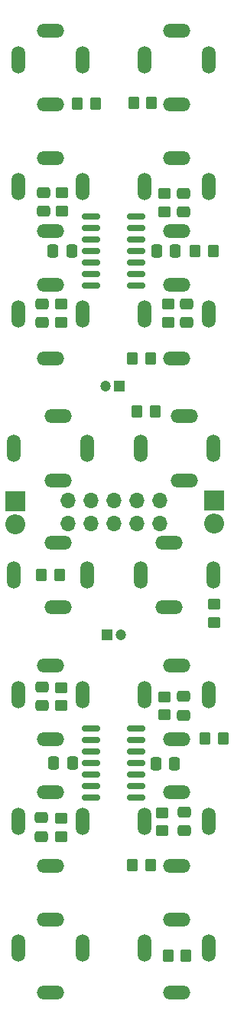
<source format=gbr>
%TF.GenerationSoftware,KiCad,Pcbnew,8.0.3-8.0.3-0~ubuntu22.04.1*%
%TF.CreationDate,2024-07-22T11:51:42+02:00*%
%TF.ProjectId,splt_mlt,73706c74-5f6d-46c7-942e-6b696361645f,rev?*%
%TF.SameCoordinates,Original*%
%TF.FileFunction,Soldermask,Bot*%
%TF.FilePolarity,Negative*%
%FSLAX46Y46*%
G04 Gerber Fmt 4.6, Leading zero omitted, Abs format (unit mm)*
G04 Created by KiCad (PCBNEW 8.0.3-8.0.3-0~ubuntu22.04.1) date 2024-07-22 11:51:42*
%MOMM*%
%LPD*%
G01*
G04 APERTURE LIST*
G04 Aperture macros list*
%AMRoundRect*
0 Rectangle with rounded corners*
0 $1 Rounding radius*
0 $2 $3 $4 $5 $6 $7 $8 $9 X,Y pos of 4 corners*
0 Add a 4 corners polygon primitive as box body*
4,1,4,$2,$3,$4,$5,$6,$7,$8,$9,$2,$3,0*
0 Add four circle primitives for the rounded corners*
1,1,$1+$1,$2,$3*
1,1,$1+$1,$4,$5*
1,1,$1+$1,$6,$7*
1,1,$1+$1,$8,$9*
0 Add four rect primitives between the rounded corners*
20,1,$1+$1,$2,$3,$4,$5,0*
20,1,$1+$1,$4,$5,$6,$7,0*
20,1,$1+$1,$6,$7,$8,$9,0*
20,1,$1+$1,$8,$9,$2,$3,0*%
G04 Aperture macros list end*
%ADD10O,1.508000X3.016000*%
%ADD11O,3.016000X1.508000*%
%ADD12RoundRect,0.250000X-0.350000X-0.450000X0.350000X-0.450000X0.350000X0.450000X-0.350000X0.450000X0*%
%ADD13RoundRect,0.250000X-0.475000X0.337500X-0.475000X-0.337500X0.475000X-0.337500X0.475000X0.337500X0*%
%ADD14RoundRect,0.250000X0.475000X-0.337500X0.475000X0.337500X-0.475000X0.337500X-0.475000X-0.337500X0*%
%ADD15RoundRect,0.150000X0.825000X0.150000X-0.825000X0.150000X-0.825000X-0.150000X0.825000X-0.150000X0*%
%ADD16RoundRect,0.250000X0.450000X-0.350000X0.450000X0.350000X-0.450000X0.350000X-0.450000X-0.350000X0*%
%ADD17RoundRect,0.250000X-0.450000X0.350000X-0.450000X-0.350000X0.450000X-0.350000X0.450000X0.350000X0*%
%ADD18RoundRect,0.250000X-0.337500X-0.475000X0.337500X-0.475000X0.337500X0.475000X-0.337500X0.475000X0*%
%ADD19R,2.200000X2.200000*%
%ADD20O,2.200000X2.200000*%
%ADD21R,1.200000X1.200000*%
%ADD22C,1.200000*%
%ADD23RoundRect,0.250000X0.350000X0.450000X-0.350000X0.450000X-0.350000X-0.450000X0.350000X-0.450000X0*%
%ADD24O,1.700000X1.700000*%
G04 APERTURE END LIST*
D10*
%TO.C,J8*%
X100190000Y-109000000D03*
D11*
X103390000Y-105450000D03*
D10*
X108290000Y-109000000D03*
D11*
X103390000Y-112550000D03*
%TD*%
D10*
%TO.C,J6*%
X108290000Y-95000000D03*
D11*
X105090000Y-98550000D03*
D10*
X100190000Y-95000000D03*
D11*
X105090000Y-91450000D03*
%TD*%
%TO.C,J4*%
X104240000Y-62950000D03*
D10*
X107790000Y-66150000D03*
D11*
X104240000Y-71050000D03*
D10*
X100690000Y-66150000D03*
%TD*%
D11*
%TO.C,J10*%
X104240000Y-132950000D03*
D10*
X107790000Y-136150000D03*
D11*
X104240000Y-141050000D03*
D10*
X100690000Y-136150000D03*
%TD*%
D11*
%TO.C,J17*%
X90240000Y-118950000D03*
D10*
X93790000Y-122150000D03*
D11*
X90240000Y-127050000D03*
D10*
X86690000Y-122150000D03*
%TD*%
D11*
%TO.C,J5*%
X104240000Y-76950000D03*
D10*
X107790000Y-80150000D03*
D11*
X104240000Y-85050000D03*
D10*
X100690000Y-80150000D03*
%TD*%
D11*
%TO.C,J9*%
X104240000Y-118950000D03*
D10*
X107790000Y-122150000D03*
D11*
X104240000Y-127050000D03*
D10*
X100690000Y-122150000D03*
%TD*%
D11*
%TO.C,J16*%
X90240000Y-62950000D03*
D10*
X93790000Y-66150000D03*
D11*
X90240000Y-71050000D03*
D10*
X86690000Y-66150000D03*
%TD*%
D11*
%TO.C,J1*%
X90240000Y-48950000D03*
D10*
X93790000Y-52150000D03*
D11*
X90240000Y-57050000D03*
D10*
X86690000Y-52150000D03*
%TD*%
D11*
%TO.C,J14*%
X90240000Y-132950000D03*
D10*
X93790000Y-136150000D03*
D11*
X90240000Y-141050000D03*
D10*
X86690000Y-136150000D03*
%TD*%
D11*
%TO.C,J3*%
X104240000Y-48950000D03*
D10*
X107790000Y-52150000D03*
D11*
X104240000Y-57050000D03*
D10*
X100690000Y-52150000D03*
%TD*%
D11*
%TO.C,J12*%
X90240000Y-76950000D03*
D10*
X93790000Y-80150000D03*
D11*
X90240000Y-85050000D03*
D10*
X86690000Y-80150000D03*
%TD*%
%TO.C,J7*%
X94290000Y-109000000D03*
D11*
X91090000Y-112550000D03*
D10*
X86190000Y-109000000D03*
D11*
X91090000Y-105450000D03*
%TD*%
%TO.C,J11*%
X104240000Y-146950000D03*
D10*
X107790000Y-150150000D03*
D11*
X104240000Y-155050000D03*
D10*
X100690000Y-150150000D03*
%TD*%
%TO.C,J13*%
X94290000Y-95000000D03*
D11*
X91090000Y-98550000D03*
D10*
X86190000Y-95000000D03*
D11*
X91090000Y-91450000D03*
%TD*%
%TO.C,J15*%
X90240000Y-146950000D03*
D10*
X93790000Y-150150000D03*
D11*
X90240000Y-155050000D03*
D10*
X86690000Y-150150000D03*
%TD*%
D12*
%TO.C,R8*%
X99340000Y-85100000D03*
X101340000Y-85100000D03*
%TD*%
D13*
%TO.C,C11*%
X89240000Y-135725000D03*
X89240000Y-137800000D03*
%TD*%
D14*
%TO.C,C9*%
X104940000Y-124437500D03*
X104940000Y-122362500D03*
%TD*%
D15*
%TO.C,U2*%
X99715000Y-125867500D03*
X99715000Y-127137500D03*
X99715000Y-128407500D03*
X99715000Y-129677500D03*
X99715000Y-130947500D03*
X99715000Y-132217500D03*
X99715000Y-133487500D03*
X94765000Y-133487500D03*
X94765000Y-132217500D03*
X94765000Y-130947500D03*
X94765000Y-129677500D03*
X94765000Y-128407500D03*
X94765000Y-127137500D03*
X94765000Y-125867500D03*
%TD*%
D14*
%TO.C,C6*%
X89440000Y-68837500D03*
X89440000Y-66762500D03*
%TD*%
D16*
%TO.C,R14*%
X91440000Y-123400000D03*
X91440000Y-121400000D03*
%TD*%
D15*
%TO.C,U1*%
X99715000Y-69390000D03*
X99715000Y-70660000D03*
X99715000Y-71930000D03*
X99715000Y-73200000D03*
X99715000Y-74470000D03*
X99715000Y-75740000D03*
X99715000Y-77010000D03*
X94765000Y-77010000D03*
X94765000Y-75740000D03*
X94765000Y-74470000D03*
X94765000Y-73200000D03*
X94765000Y-71930000D03*
X94765000Y-70660000D03*
X94765000Y-69390000D03*
%TD*%
D13*
%TO.C,C10*%
X105040000Y-135125000D03*
X105040000Y-137200000D03*
%TD*%
D17*
%TO.C,R3*%
X103240000Y-79100000D03*
X103240000Y-81100000D03*
%TD*%
%TO.C,R4*%
X91440000Y-79100000D03*
X91440000Y-81100000D03*
%TD*%
D16*
%TO.C,R15*%
X108340000Y-114200000D03*
X108340000Y-112200000D03*
%TD*%
D18*
%TO.C,C8*%
X101902500Y-129800000D03*
X103977500Y-129800000D03*
%TD*%
D12*
%TO.C,R1*%
X93240000Y-57000000D03*
X95240000Y-57000000D03*
%TD*%
D14*
%TO.C,C12*%
X89340000Y-123400000D03*
X89340000Y-121325000D03*
%TD*%
D12*
%TO.C,R10*%
X89240000Y-109000000D03*
X91240000Y-109000000D03*
%TD*%
%TO.C,R9*%
X99840000Y-90900000D03*
X101840000Y-90900000D03*
%TD*%
%TO.C,R7*%
X106240000Y-73200000D03*
X108240000Y-73200000D03*
%TD*%
D17*
%TO.C,R13*%
X91440000Y-135800000D03*
X91440000Y-137800000D03*
%TD*%
D19*
%TO.C,D1*%
X86368234Y-100828234D03*
D20*
X86368234Y-103368234D03*
%TD*%
D16*
%TO.C,R5*%
X91540000Y-68800000D03*
X91540000Y-66800000D03*
%TD*%
D21*
%TO.C,C14*%
X96540000Y-115600000D03*
D22*
X98040000Y-115600000D03*
%TD*%
D12*
%TO.C,R6*%
X99440000Y-56900000D03*
X101440000Y-56900000D03*
%TD*%
D17*
%TO.C,R12*%
X102640000Y-135200000D03*
X102640000Y-137200000D03*
%TD*%
D23*
%TO.C,R16*%
X109340000Y-127000000D03*
X107340000Y-127000000D03*
%TD*%
D13*
%TO.C,C5*%
X89340000Y-79062500D03*
X89340000Y-81137500D03*
%TD*%
D12*
%TO.C,R17*%
X99340000Y-141000000D03*
X101340000Y-141000000D03*
%TD*%
D21*
%TO.C,C13*%
X97862599Y-88099998D03*
D22*
X96362599Y-88099998D03*
%TD*%
D16*
%TO.C,R11*%
X102840000Y-124400000D03*
X102840000Y-122400000D03*
%TD*%
D14*
%TO.C,C3*%
X104940000Y-68937500D03*
X104940000Y-66862500D03*
%TD*%
D24*
%TO.C,J2*%
X92160000Y-100730000D03*
X92160000Y-103270000D03*
X94700000Y-100730000D03*
X94700000Y-103270000D03*
X97240000Y-100730000D03*
X97240000Y-103270000D03*
X99780000Y-100730000D03*
X99780000Y-103270000D03*
X102320000Y-100730000D03*
X102320000Y-103270000D03*
%TD*%
D12*
%TO.C,R18*%
X103240000Y-151000000D03*
X105240000Y-151000000D03*
%TD*%
D19*
%TO.C,D2*%
X108368234Y-100728234D03*
D20*
X108368234Y-103268234D03*
%TD*%
D16*
%TO.C,R2*%
X102840000Y-68900000D03*
X102840000Y-66900000D03*
%TD*%
D18*
%TO.C,C1*%
X90502500Y-73200000D03*
X92577500Y-73200000D03*
%TD*%
%TO.C,C7*%
X90602500Y-129700000D03*
X92677500Y-129700000D03*
%TD*%
%TO.C,C2*%
X102002500Y-73200000D03*
X104077500Y-73200000D03*
%TD*%
D13*
%TO.C,C4*%
X105340000Y-79062500D03*
X105340000Y-81137500D03*
%TD*%
M02*

</source>
